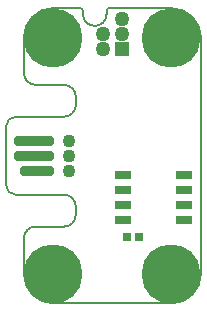
<source format=gbs>
G04*
G04 #@! TF.GenerationSoftware,Altium Limited,Altium Designer,22.4.2 (48)*
G04*
G04 Layer_Color=16711935*
%FSAX26Y26*%
%MOIN*%
G70*
G04*
G04 #@! TF.SameCoordinates,7339E0FC-21CB-4CED-BD79-60AD5129B2FD*
G04*
G04*
G04 #@! TF.FilePolarity,Negative*
G04*
G01*
G75*
%ADD12C,0.007874*%
%ADD33R,0.025591X0.027559*%
%ADD39C,0.043307*%
%ADD40C,0.005906*%
%ADD41C,0.196850*%
%ADD42R,0.049606X0.049606*%
%ADD43C,0.049606*%
G04:AMPARAMS|DCode=53|XSize=35.433mil|YSize=133.858mil|CornerRadius=13.819mil|HoleSize=0mil|Usage=FLASHONLY|Rotation=90.000|XOffset=0mil|YOffset=0mil|HoleType=Round|Shape=RoundedRectangle|*
%AMROUNDEDRECTD53*
21,1,0.035433,0.106221,0,0,90.0*
21,1,0.007795,0.133858,0,0,90.0*
1,1,0.027638,0.053110,0.003898*
1,1,0.027638,0.053110,-0.003898*
1,1,0.027638,-0.053110,-0.003898*
1,1,0.027638,-0.053110,0.003898*
%
%ADD53ROUNDEDRECTD53*%
G04:AMPARAMS|DCode=54|XSize=35.433mil|YSize=114.173mil|CornerRadius=13.819mil|HoleSize=0mil|Usage=FLASHONLY|Rotation=90.000|XOffset=0mil|YOffset=0mil|HoleType=Round|Shape=RoundedRectangle|*
%AMROUNDEDRECTD54*
21,1,0.035433,0.086535,0,0,90.0*
21,1,0.007795,0.114173,0,0,90.0*
1,1,0.027638,0.043268,0.003898*
1,1,0.027638,0.043268,-0.003898*
1,1,0.027638,-0.043268,-0.003898*
1,1,0.027638,-0.043268,0.003898*
%
%ADD54ROUNDEDRECTD54*%
%ADD56R,0.055118X0.027559*%
D12*
X-00295276Y-00393701D02*
G03*
X-00196850Y-00492126I00098425J00000000D01*
G01*
X-00196850Y-00492126D02*
X00196850Y-00492126D01*
X00196850Y-00492126D02*
G03*
X00295276Y-00393701I00000000J00098425D01*
G01*
X00295293Y-00393700D02*
X00295293Y00393701D01*
X00295276Y00393701D02*
G03*
X00196850Y00492126I-00098425J00000000D01*
G01*
X-00009843Y00492126D01*
X-00009843Y00492126D02*
G03*
X-00019685Y00482284I00000000J-00009842D01*
G01*
X-00019685Y00472442D01*
X-00098425Y00472441D02*
G03*
X-00019685Y00472441I00039370J00000000D01*
G01*
X-00098425Y00472442D02*
X-00098425Y00482284D01*
X-00098425Y00482284D02*
G03*
X-00108268Y00492126I-00009842J00000000D01*
G01*
X-00196850Y00492127D01*
X-00196850Y00492126D02*
G03*
X-00295276Y00393701I00000000J-00098425D01*
G01*
X-00295276Y00393701D02*
X-00295276Y00274409D01*
X-00295276Y00275591D02*
G03*
X-00255906Y00236220I00039370J00000000D01*
G01*
X-00255906Y00236220D02*
X-00161417Y00236220D01*
X-00122047Y00196850D02*
G03*
X-00161417Y00236220I-00039370J00000000D01*
G01*
X-00122047Y00196850D02*
X-00122030Y00169291D01*
X-00161329Y00129921D02*
G03*
X-00121959Y00169291I00000000J00039370D01*
G01*
X-00161417Y00129921D02*
X-00322835Y00129921D01*
X-00322835Y00129921D02*
G03*
X-00354331Y00098425I00000000J-00031496D01*
G01*
X-00354332Y00098425D02*
X-00354332Y-00098425D01*
X-00354331Y-00098425D02*
G03*
X-00322835Y-00129921I00031496J00000000D01*
G01*
X-00322852Y-00129921D02*
X-00161417Y-00129921D01*
X-00122030Y-00169291D02*
G03*
X-00161400Y-00129921I-00039370J00000000D01*
G01*
X-00122030Y-00169291D02*
X-00122047Y-00196850D01*
X-00161417Y-00236220D02*
G03*
X-00122047Y-00196850I00000000J00039370D01*
G01*
X-00161417Y-00236220D02*
X-00255906Y-00236220D01*
X-00255906Y-00236220D02*
G03*
X-00295276Y-00275591I00000000J-00039370D01*
G01*
X-00295276Y-00274409D02*
X-00295276Y-00393701D01*
D33*
X00049247Y-00269971D02*
D03*
X00088617Y-00269971D02*
D03*
D39*
X-00145669Y-00050000D02*
D03*
X-00145669Y00000000D02*
D03*
X-00145669Y00050000D02*
D03*
D40*
X-00222441Y-00098425D02*
D03*
X-00222441Y00098425D02*
D03*
D41*
X-00196850Y-00393701D02*
D03*
X00196850Y-00393701D02*
D03*
X00196850Y00393701D02*
D03*
X-00196850Y00393701D02*
D03*
D42*
X00031496Y00354331D02*
D03*
D43*
X-00030504Y00354331D02*
D03*
X-00030504Y00404331D02*
D03*
X00031496Y00404331D02*
D03*
X00031496Y00454331D02*
D03*
D53*
X-00259842Y00000000D02*
D03*
D03*
X-00259842Y00050000D02*
D03*
D54*
X-00250000Y-00050000D02*
D03*
D56*
X00036417Y-00212795D02*
D03*
X00036417Y-00162795D02*
D03*
X00036417Y-00112795D02*
D03*
X00036417Y-00062795D02*
D03*
X00239173Y-00062795D02*
D03*
X00239173Y-00112795D02*
D03*
X00239173Y-00162795D02*
D03*
X00239173Y-00212795D02*
D03*
M02*

</source>
